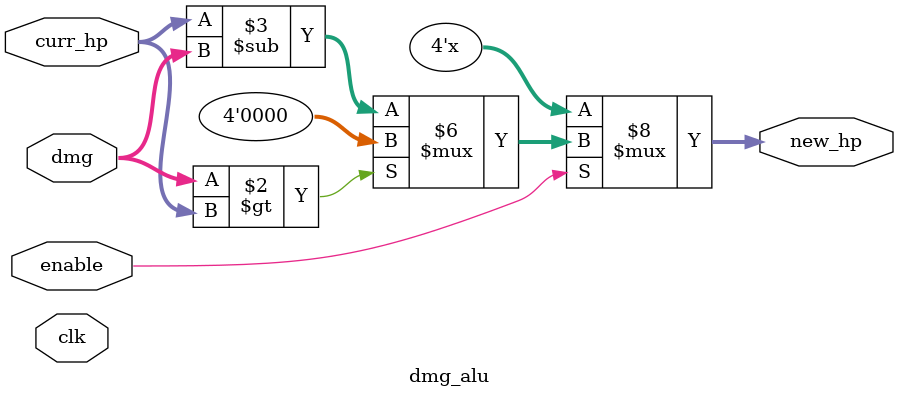
<source format=v>
module dmg_alu(dmg, curr_hp, clk, enable, new_hp);
	input [3:0] dmg;
	input [3:0] curr_hp;
	input clk;
	input enable;
	output reg [3:0] new_hp;
	
	initial begin
		new_hp = 4'b1111;
	end
	
	always@(*)
	begin
		begin
	    if (enable)
		      begin
				if (dmg > curr_hp)
				    new_hp <= 0;
			   else
				    new_hp <= curr_hp - dmg;
				end
		end
	end
	
endmodule
</source>
